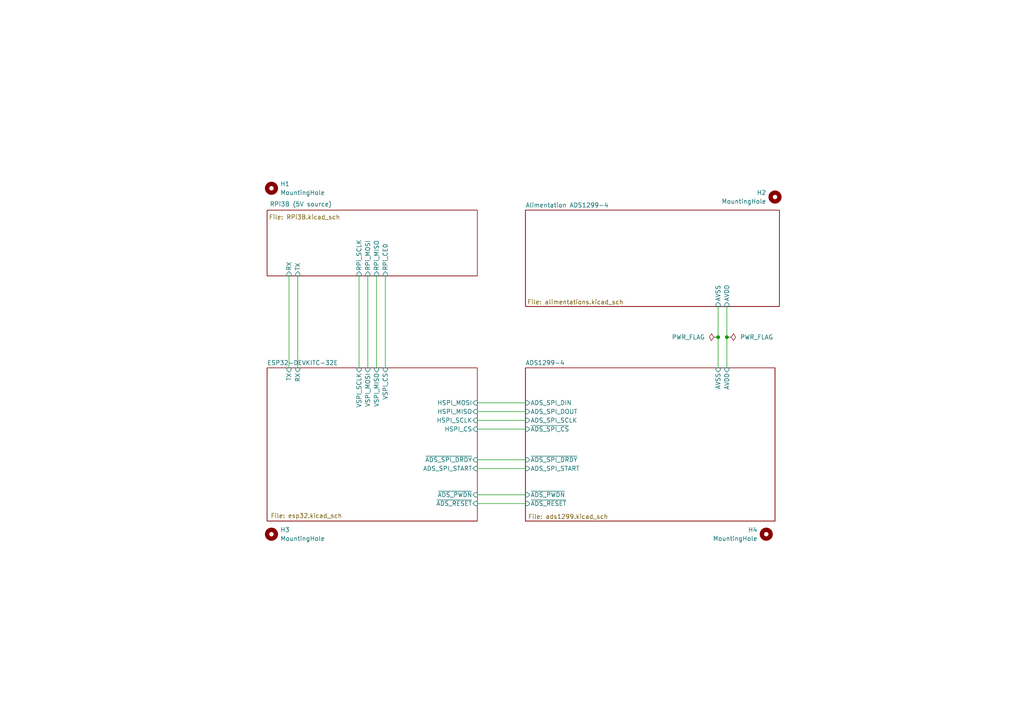
<source format=kicad_sch>
(kicad_sch (version 20250114) (generator "eeschema") (generator_version "9.0")
  (paper "A4")
  (title_block (title "EEG SHIELD") (date "2025-03-31") (rev "B") (company "Cégep de Saint-Laurent") (comment 1 "Kristian Agbogda et Anisan Gunarathinam") (comment 2 "Supervisé par") (comment 3 "Jia Peng Xu") (comment 4 "Réalisé par"))
  (lib_symbols
    (symbol "Mechanical:MountingHole" (pin_names (offset 1.016)) (in_bom no)
      (property "Reference" "H" (at 0 5.08 0))
      (property "Value" "MountingHole" (at 0 3.175 0))
      (symbol "MountingHole_0_1"
        (circle (center 0 0) (radius 1.27) (stroke (width 1.27)))
      )
    )
    (symbol "power:PWR_FLAG" (power) (pin_numbers (hide yes)) (pin_names (offset 0) (hide yes))
      (property "Value" "PWR_FLAG" (at 0 3.81 0))
      (symbol "PWR_FLAG_0_0"
        (pin power_out line (at 0 0 90) (length 0) (name "~") (number "1"))
      )
      (symbol "PWR_FLAG_0_1"
        (polyline (pts (xy 0 0) (xy 0 1.27) (xy -1.016 1.905) (xy 0 2.54) (xy 1.016 1.905) (xy 0 1.27)))
      )
    )
  )
  (junction (at 208.28 97.79))
  (junction (at 210.82 97.79))
  (wire (pts (xy 138.43 146.05) (xy 152.4 146.05)))
  (wire (pts (xy 83.82 80.01) (xy 83.82 106.68)))
  (wire (pts (xy 138.43 124.46) (xy 152.4 124.46)))
  (wire (pts (xy 106.68 80.01) (xy 106.68 106.68)))
  (wire (pts (xy 138.43 119.38) (xy 152.4 119.38)))
  (wire (pts (xy 138.43 135.89) (xy 152.4 135.89)))
  (wire (pts (xy 210.82 88.9) (xy 210.82 97.79)))
  (wire (pts (xy 208.28 88.9) (xy 208.28 97.79)))
  (wire (pts (xy 208.28 97.79) (xy 208.28 106.68)))
  (wire (pts (xy 210.82 97.79) (xy 210.82 106.68)))
  (wire (pts (xy 138.43 121.92) (xy 152.4 121.92)))
  (wire (pts (xy 86.36 80.01) (xy 86.36 106.68)))
  (wire (pts (xy 109.22 80.01) (xy 109.22 106.68)))
  (wire (pts (xy 111.76 80.01) (xy 111.76 106.68)))
  (wire (pts (xy 104.14 80.01) (xy 104.14 106.68)))
  (wire (pts (xy 138.43 133.35) (xy 152.4 133.35)))
  (wire (pts (xy 138.43 116.84) (xy 152.4 116.84)))
  (wire (pts (xy 138.43 143.51) (xy 152.4 143.51)))
  (symbol (lib_id "Mechanical:MountingHole") (at 222.25 154.94 0) (mirror y) (unit 1) (in_bom no)
    (property "Reference" "H4" (at 219.71 153.6699 0) (effects (justify left)))
    (property "Value" "MountingHole" (at 219.71 156.2099 0) (effects (justify left)))
    (property "Footprint" "MountingHole:MountingHole_2.7mm_M2.5_DIN965_Pad_TopBottom" (effects (hide yes)))
    (property "Description" "Mounting Hole without connection" (effects (hide yes)))
  )
  (symbol (lib_id "Mechanical:MountingHole") (at 224.79 57.15 0) (mirror y) (unit 1) (in_bom no)
    (property "Reference" "H2" (at 222.25 55.8799 0) (effects (justify left)))
    (property "Value" "MountingHole" (at 222.25 58.4199 0) (effects (justify left)))
    (property "Footprint" "MountingHole:MountingHole_2.7mm_M2.5_DIN965_Pad_TopBottom" (effects (hide yes)))
    (property "Description" "Mounting Hole without connection" (effects (hide yes)))
  )
  (symbol (lib_id "Mechanical:MountingHole") (at 78.74 54.61 0) (unit 1) (in_bom no)
    (property "Reference" "H1" (at 81.28 53.3399 0) (effects (justify left)))
    (property "Value" "MountingHole" (at 81.28 55.8799 0) (effects (justify left)))
    (property "Footprint" "MountingHole:MountingHole_2.7mm_M2.5_DIN965_Pad_TopBottom" (effects (hide yes)))
    (property "Description" "Mounting Hole without connection" (effects (hide yes)))
  )
  (symbol (lib_id "Mechanical:MountingHole") (at 78.74 154.94 0) (unit 1) (in_bom no)
    (property "Reference" "H3" (at 81.28 153.6699 0) (effects (justify left)))
    (property "Value" "MountingHole" (at 81.28 156.2099 0) (effects (justify left)))
    (property "Footprint" "MountingHole:MountingHole_2.7mm_M2.5_DIN965_Pad_TopBottom" (effects (hide yes)))
    (property "Description" "Mounting Hole without connection" (effects (hide yes)))
  )
  (symbol (lib_id "power:PWR_FLAG") (at 208.28 97.79 90) (unit 1)
    (property "Reference" "#FLG01" (effects (hide yes)))
    (property "Value" "PWR_FLAG" (at 204.47 97.7899 90) (effects (justify left)))
    (property "Description" "Special symbol for telling ERC where power comes from" (effects (hide yes)))
  )
  (symbol (lib_id "power:PWR_FLAG") (at 210.82 97.79 270) (unit 1)
    (property "Reference" "#FLG03" (effects (hide yes)))
    (property "Value" "PWR_FLAG" (at 214.63 97.7899 90) (effects (justify left)))
    (property "Description" "Special symbol for telling ERC where power comes from" (effects (hide yes)))
  )
  (sheet (at 77.47 60.96) (size 60.96 19.05) (stroke (width 0.1524))
    (property "Sheetname" "RPi3B (5V source)" (at 78.232 59.944 0) (effects (justify left bottom)))
    (property "Sheetfile" "RPi3B.kicad_sch" (at 77.978 62.23 0) (effects (justify left top)))
    (pin "RPi_CE0" input (at 111.76 80.01 270))
    (pin "RPi_MISO" input (at 109.22 80.01 270))
    (pin "RPi_MOSI" input (at 106.68 80.01 270))
    (pin "RPi_SCLK" input (at 104.14 80.01 270))
    (pin "RX" input (at 83.82 80.01 270))
    (pin "TX" input (at 86.36 80.01 270))
  )
  (sheet (at 152.4 106.68) (size 72.39 44.45) (stroke (width 0.1524))
    (property "Sheetname" "ADS1299-4" (at 152.4 105.9684 0) (effects (justify left bottom)))
    (property "Sheetfile" "ads1299.kicad_sch" (at 153.162 149.098 0) (effects (justify left top)))
    (pin "ADS_SPI_DIN" input (at 152.4 116.84 180))
    (pin "ADS_SPI_DOUT" input (at 152.4 119.38 180))
    (pin "ADS_SPI_SCLK" input (at 152.4 121.92 180))
    (pin "ADS_SPI_START" input (at 152.4 135.89 180))
    (pin "~{ADS_PWDN}" input (at 152.4 143.51 180))
    (pin "~{ADS_RESET}" input (at 152.4 146.05 180))
    (pin "~{ADS_SPI_CS}" input (at 152.4 124.46 180))
    (pin "~{ADS_SPI_DRDY}" input (at 152.4 133.35 180))
    (pin "AVDD" input (at 210.82 106.68 90))
    (pin "AVSS" input (at 208.28 106.68 90))
  )
  (sheet (at 77.47 106.68) (size 60.96 44.45) (stroke (width 0.1524))
    (property "Sheetname" "ESP32-DEVKITC-32E" (at 77.47 105.9684 0) (effects (justify left bottom)))
    (property "Sheetfile" "esp32.kicad_sch" (at 78.486 148.844 0) (effects (justify left top)))
    (pin "VSPI_CS" input (at 111.76 106.68 90))
    (pin "VSPI_MISO" input (at 109.22 106.68 90))
    (pin "VSPI_MOSI" input (at 106.68 106.68 90))
    (pin "VSPI_SCLK" input (at 104.14 106.68 90))
    (pin "ADS_SPI_START" input (at 138.43 135.89 0))
    (pin "HSPI_SCLK" input (at 138.43 121.92 0))
    (pin "HSPI_CS" input (at 138.43 124.46 0))
    (pin "HSPI_MISO" input (at 138.43 119.38 0))
    (pin "HSPI_MOSI" input (at 138.43 116.84 0))
    (pin "RX" input (at 86.36 106.68 90))
    (pin "TX" input (at 83.82 106.68 90))
    (pin "~{ADS_PWDN}" input (at 138.43 143.51 0))
    (pin "~{ADS_RESET}" input (at 138.43 146.05 0))
    (pin "~{ADS_SPI_DRDY}" input (at 138.43 133.35 0))
  )
  (sheet (at 152.4 60.96) (size 73.66 27.94) (stroke (width 0.1524))
    (property "Sheetname" "Alimentation ADS1299-4" (at 152.4 60.2484 0) (effects (justify left bottom)))
    (property "Sheetfile" "alimentations.kicad_sch" (at 152.908 86.868 0) (effects (justify left top)))
    (pin "AVDD" input (at 210.82 88.9 270))
    (pin "AVSS" input (at 208.28 88.9 270))
  )
)
</source>
